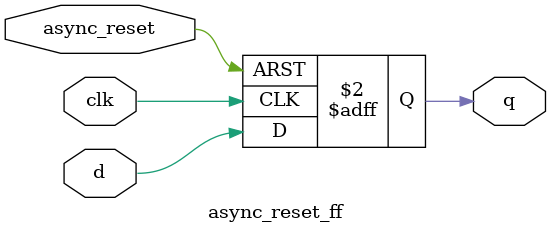
<source format=sv>
module async_reset_ff (
    input  logic clk,       // Clock signal
    input  logic async_reset, // Asynchronous reset signal
    input  logic d,         // Data input
    output logic q          // Data output
);
    always_ff @(posedge clk or posedge async_reset) begin
        if (async_reset) 
            q <= 1'b0;      // Reset the output to 0
        else 
            q <= d;         // Update output with data input
    end
endmodule

</source>
